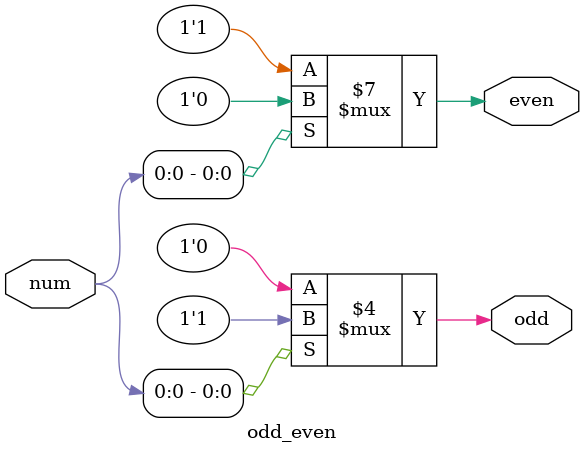
<source format=v>
module odd_even(input [7:0] num,output reg odd,even);
always @(*)begin
	if(num[0]==0)begin
		even=1;
		odd=0;
	end
	else begin
		odd=1;
		even=0;
	end
end
endmodule


</source>
